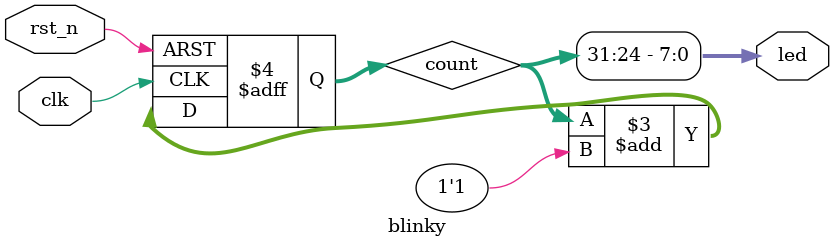
<source format=sv>

module blinky #(
		parameter int CNT_WIDTH = 32,
		parameter int LED_WIDTH = 8
	) (
		// --------------------------------------------------------------------
		// Reset
		// --------------------------------------------------------------------
		//
		input rst_n,

		// --------------------------------------------------------------------
		// Clock
		// --------------------------------------------------------------------
		//
		input clk,

		// --------------------------------------------------------------------
		// User I/O
		// --------------------------------------------------------------------
		//
		// LEDs
		output [LED_WIDTH-1:0] led
	);

	// ------------------------------------------------------------------------
	// Local signals
	// ------------------------------------------------------------------------
	//
	// Counter
	logic [CNT_WIDTH-1:0] count;

	// ------------------------------------------------------------------------
	// Counter
	// ------------------------------------------------------------------------
	//
	always_ff @(negedge rst_n or posedge clk) begin
		if (~rst_n) begin
			count <= '0;
		end
		else begin
			count <= count + 1'b1;
		end
	end

	// ------------------------------------------------------------------------
	// LED outputs
	// ------------------------------------------------------------------------
	//
	assign led = count[(CNT_WIDTH-1) -: LED_WIDTH];

endmodule

</source>
